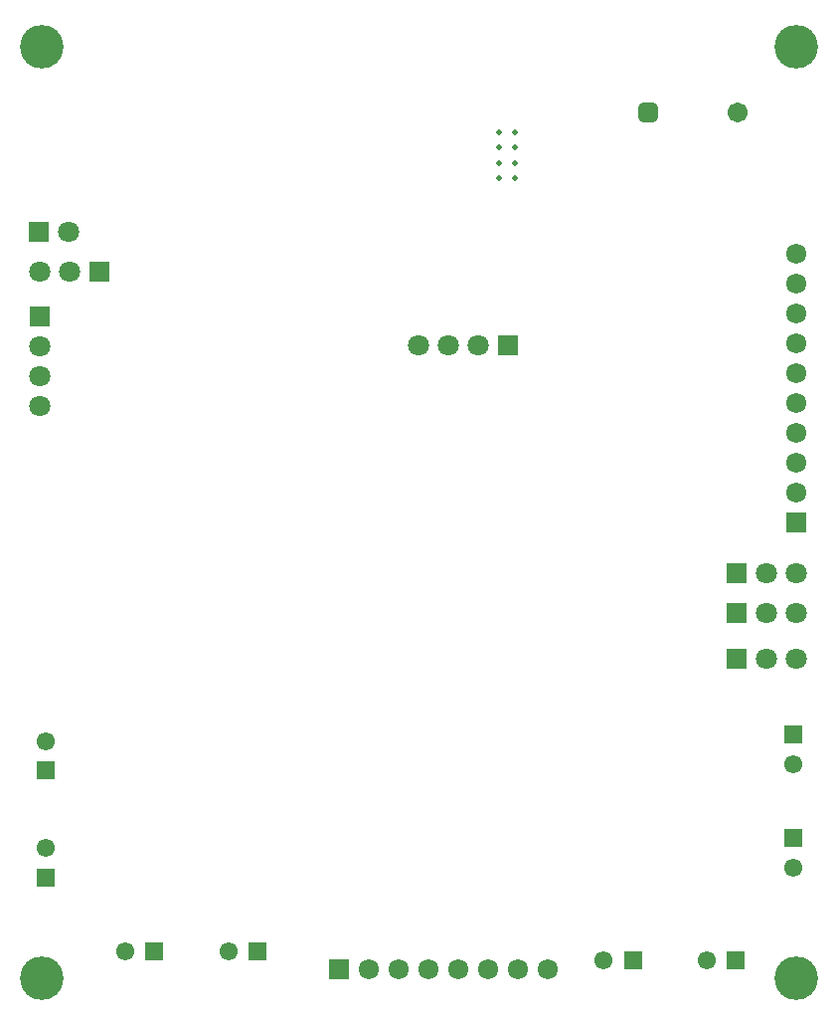
<source format=gbr>
G04*
G04 #@! TF.GenerationSoftware,Altium Limited,Altium Designer,22.9.1 (49)*
G04*
G04 Layer_Color=16711935*
%FSTAX24Y24*%
%MOIN*%
G70*
G04*
G04 #@! TF.SameCoordinates,D3726A14-7932-4F0B-9928-97F3702F6CAB*
G04*
G04*
G04 #@! TF.FilePolarity,Negative*
G04*
G01*
G75*
G04:AMPARAMS|DCode=50|XSize=67.1mil|YSize=67.1mil|CornerRadius=18.8mil|HoleSize=0mil|Usage=FLASHONLY|Rotation=0.000|XOffset=0mil|YOffset=0mil|HoleType=Round|Shape=RoundedRectangle|*
%AMROUNDEDRECTD50*
21,1,0.0671,0.0295,0,0,0.0*
21,1,0.0295,0.0671,0,0,0.0*
1,1,0.0375,0.0148,-0.0148*
1,1,0.0375,-0.0148,-0.0148*
1,1,0.0375,-0.0148,0.0148*
1,1,0.0375,0.0148,0.0148*
%
%ADD50ROUNDEDRECTD50*%
%ADD51C,0.0671*%
%ADD52C,0.1460*%
%ADD53C,0.0610*%
%ADD54R,0.0610X0.0610*%
%ADD55R,0.0610X0.0610*%
%ADD56R,0.0710X0.0710*%
%ADD57C,0.0710*%
%ADD58C,0.0678*%
%ADD59R,0.0678X0.0678*%
%ADD60R,0.0678X0.0678*%
%ADD61R,0.0710X0.0710*%
%ADD62C,0.0197*%
D50*
X021334Y029938D02*
D03*
D51*
X024334D02*
D03*
D52*
X0263Y03215D02*
D03*
X001D02*
D03*
Y00095D02*
D03*
X0263D02*
D03*
D53*
X0262Y00465D02*
D03*
X01984Y00155D02*
D03*
X023296D02*
D03*
X0262Y008116D02*
D03*
X007256Y00185D02*
D03*
X0038D02*
D03*
X00115Y0053D02*
D03*
Y008884D02*
D03*
D54*
X0262Y005634D02*
D03*
Y0091D02*
D03*
X00115Y004316D02*
D03*
Y0079D02*
D03*
D55*
X020824Y00155D02*
D03*
X02428D02*
D03*
X008241Y00185D02*
D03*
X004784D02*
D03*
D56*
X0243Y01165D02*
D03*
X01665Y02215D02*
D03*
X0243Y0145D02*
D03*
X00295Y0246D02*
D03*
X0009Y025936D02*
D03*
X0243Y013164D02*
D03*
D57*
X0253Y01165D02*
D03*
X0263D02*
D03*
X01365Y02215D02*
D03*
X01465D02*
D03*
X01565D02*
D03*
X00095Y0201D02*
D03*
Y0211D02*
D03*
Y0221D02*
D03*
X0253Y0145D02*
D03*
X0263D02*
D03*
X00195Y0246D02*
D03*
X00095D02*
D03*
X0019Y025936D02*
D03*
X0253Y013164D02*
D03*
X0263D02*
D03*
D58*
X01796Y00125D02*
D03*
X01696D02*
D03*
X01296D02*
D03*
X01196D02*
D03*
X01396D02*
D03*
X01496D02*
D03*
X01596D02*
D03*
X0263Y022204D02*
D03*
Y018204D02*
D03*
Y017204D02*
D03*
Y019204D02*
D03*
Y020204D02*
D03*
Y021204D02*
D03*
Y023204D02*
D03*
Y024204D02*
D03*
Y025204D02*
D03*
D59*
X01096Y00125D02*
D03*
D60*
X0263Y016204D02*
D03*
D61*
X00095Y0231D02*
D03*
D62*
X016344Y029268D02*
D03*
X016856D02*
D03*
X016344Y028756D02*
D03*
X016856D02*
D03*
X016344Y028244D02*
D03*
X016856D02*
D03*
X016344Y027732D02*
D03*
X016856D02*
D03*
M02*

</source>
